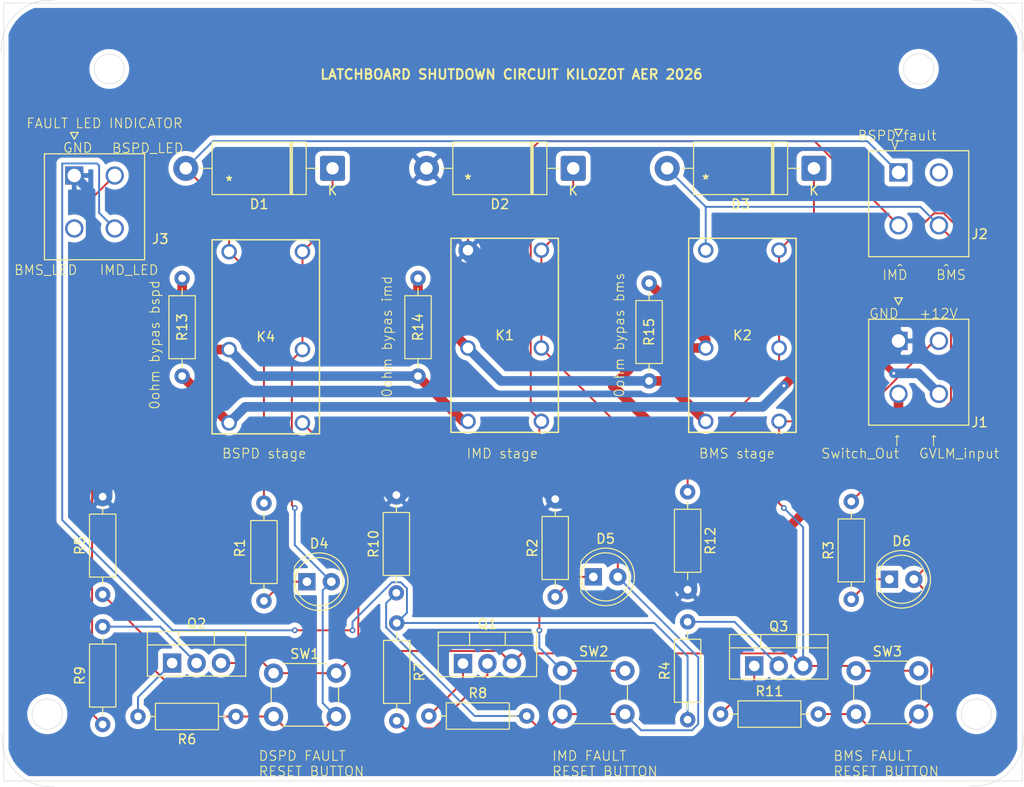
<source format=kicad_pcb>
(kicad_pcb (version 20241229) (generator "pcbnew") (generator_version "9.0")
  (layers (0 "F.Cu" signal) (2 "B.Cu" signal) (13 "F.Paste" user) (15 "B.Paste" user) (5 "F.SilkS" user "F.Silkscreen") (7 "B.SilkS" user "B.Silkscreen") (1 "F.Mask" user) (3 "B.Mask" user) (25 "Edge.Cuts" user))
  (net 0 "")
  (net 1 "BSPD_FAULT")
  (net 2 "Net-(D1-K)")
  (net 3 "GND")
  (net 4 "Net-(D2-K)")
  (net 5 "Net-(D3-K)")
  (net 6 "BMS_FAULT")
  (net 7 "GVLM_INPUT")
  (net 8 "+12V")
  (net 10 "IMD_FAULT")
  (net 11 "IMDfault_LED")
  (net 12 "BSPDfault_LED")
  (net 13 "BMSfault_LED")
  (net 14 "Net-(D4-K)")
  (net 15 "Net-(D5-K)")
  (net 16 "Net-(D6-K)")
  (net 17 "Net-(Q3-D)")
  (net 18 "Net-(Q2-G)")
  (net 19 "Net-(Q1-D)")
  (net 20 "Net-(Q1-G)")
  (net 21 "Net-(Q2-D)")
  (net 22 "Net-(Q3-G)")
  (net 23 "internal_switch_output")
  (net 24 "Net-(K1-Pad3)")
  (net 25 "Net-(K1-Pad4)")
  (footprint "Resistor_THT:R_Axial_DIN0207_L6.3mm_D2.5mm_P10.16mm_Horizontal" (layer "F.Cu") (at 70.08 123.25 180)
    (property "Reference" "R6" (at 5.08 -2.37 0) (layer "F.SilkS"))
    (property "Value" "1k")
    (pad "1" thru_hole circle (at 0 0 180) (size 1.6 1.6) (drill 0.8) (layers "*.Cu" "*.Mask") (net 2 "Net-(D1-K)"))
    (pad "2" thru_hole circle (at 10.16 0 180) (size 1.6 1.6) (drill 0.8) (layers "*.Cu" "*.Mask") (net 18 "Net-(Q2-G)"))
  )
  (footprint "Resistor_THT:R_Axial_DIN0207_L6.3mm_D2.5mm_P10.16mm_Horizontal" (layer "F.Cu") (at 120.42 123)
    (property "Reference" "R11" (at 5.08 -2.37 0) (layer "F.SilkS"))
    (property "Value" "1k")
    (pad "1" thru_hole circle (at 0 0) (size 1.6 1.6) (drill 0.8) (layers "*.Cu" "*.Mask") (net 22 "Net-(Q3-G)"))
    (pad "2" thru_hole circle (at 10.16 0) (size 1.6 1.6) (drill 0.8) (layers "*.Cu" "*.Mask") (net 5 "Net-(D3-K)"))
  )
  (footprint "1MyCustomLibrary:RELAY_G6B-2114P-US_OMR" (layer "F.Cu") (at 77 92.66)
    (property "Reference" "K4" (at -3.81 -8.840001 0) (layer "F.SilkS"))
    (property "Value" "G6B-2214P-US DC12")
    (fp_text user "*" (at -7.62 -24.980002 0) (layer "F.SilkS"))
    (fp_text user "*" (at -7.62 -24.980002 0) (layer "F.SilkS"))
    (pad "1" thru_hole circle (at -7.62 -17.680001) (size 1.608074 1.608074) (drill 1.0922) (layers "*.Cu" "*.Mask") (net 1 "BSPD_FAULT"))
    (pad "3" thru_hole circle (at -7.62 -7.520001) (size 1.608074 1.608074) (drill 1.0922) (layers "*.Cu" "*.Mask") (net 25 "Net-(K1-Pad4)"))
    (pad "4" thru_hole circle (at -7.62 0.099999) (size 1.608074 1.608074) (drill 1.0922) (layers "*.Cu" "*.Mask") (net 7 "GVLM_INPUT"))
    (pad "5" thru_hole circle (at 0 0.099999) (size 1.608074 1.608074) (drill 1.0922) (layers "*.Cu" "*.Mask") (net 8 "+12V"))
    (pad "6" thru_hole circle (at 0 -7.520001) (size 1.608074 1.608074) (drill 1.0922) (layers "*.Cu" "*.Mask") (net 2 "Net-(D1-K)"))
    (pad "8" thru_hole circle (at 0 -17.680001) (size 1.608074 1.608074) (drill 1.0922) (layers "*.Cu" "*.Mask") (net 2 "Net-(D1-K)"))
  )
  (footprint "Package_TO_SOT_THT:TO-220-3_Vertical" (layer "F.Cu") (at 63.46 117.7)
    (property "Reference" "Q2" (at 2.54 -4.1 0) (layer "F.SilkS"))
    (property "Value" "PMOS")
    (pad "1" thru_hole rect (at 0 0) (size 1.905 2) (drill 1.1) (layers "*.Cu" "*.Mask") (net 18 "Net-(Q2-G)"))
    (pad "2" thru_hole oval (at 2.54 0) (size 1.905 2) (drill 1.1) (layers "*.Cu" "*.Mask") (net 21 "Net-(Q2-D)"))
    (pad "3" thru_hole oval (at 5.08 0) (size 1.905 2) (drill 1.1) (layers "*.Cu" "*.Mask") (net 8 "+12V"))
  )
  (footprint "Resistor_THT:R_Axial_DIN0207_L6.3mm_D2.5mm_P10.16mm_Horizontal" (layer "F.Cu") (at 117 123.58 90)
    (property "Reference" "R4" (at 5.08 -2.37 90) (layer "F.SilkS"))
    (property "Value" "470")
    (pad "1" thru_hole circle (at 0 0 90) (size 1.6 1.6) (drill 0.8) (layers "*.Cu" "*.Mask") (net 11 "IMDfault_LED"))
    (pad "2" thru_hole circle (at 10.16 0 90) (size 1.6 1.6) (drill 0.8) (layers "*.Cu" "*.Mask") (net 17 "Net-(Q3-D)"))
  )
  (footprint "LED_THT:LED_D5.0mm" (layer "F.Cu") (at 77.46 109.25)
    (property "Reference" "D4" (at 1.27 -3.96 0) (layer "F.SilkS"))
    (property "Value" "DEBUG LED")
    (pad "1" thru_hole rect (at 0 0) (size 1.8 1.8) (drill 0.9) (layers "*.Cu" "*.Mask") (net 14 "Net-(D4-K)"))
    (pad "2" thru_hole circle (at 2.54 0) (size 1.8 1.8) (drill 0.9) (layers "*.Cu" "*.Mask") (net 2 "Net-(D1-K)"))
  )
  (footprint "1MyCustomLibrary:RELAY_G6B-2114P-US_OMR" (layer "F.Cu") (at 101.81 92.5)
    (property "Reference" "K1" (at -3.81 -8.840001 0) (layer "F.SilkS"))
    (property "Value" "G6B-2214P-US DC12")
    (fp_text user "*" (at -7.62 -24.980002 0) (layer "F.SilkS"))
    (fp_text user "*" (at -7.62 -24.980002 0) (layer "F.SilkS"))
    (pad "1" thru_hole circle (at -7.62 -17.680001) (size 1.608074 1.608074) (drill 1.0922) (layers "*.Cu" "*.Mask") (net 3 "GND"))
    (pad "3" thru_hole circle (at -7.62 -7.520001) (size 1.608074 1.608074) (drill 1.0922) (layers "*.Cu" "*.Mask") (net 24 "Net-(K1-Pad3)"))
    (pad "4" thru_hole circle (at -7.62 0.099999) (size 1.608074 1.608074) (drill 1.0922) (layers "*.Cu" "*.Mask") (net 25 "Net-(K1-Pad4)"))
    (pad "5" thru_hole circle (at 0 0.099999) (size 1.608074 1.608074) (drill 1.0922) (layers "*.Cu" "*.Mask") (net 10 "IMD_FAULT"))
    (pad "6" thru_hole circle (at 0 -7.520001) (size 1.608074 1.608074) (drill 1.0922) (layers "*.Cu" "*.Mask") (net 4 "Net-(D2-K)"))
    (pad "8" thru_hole circle (at 0 -17.680001) (size 1.608074 1.608074) (drill 1.0922) (layers "*.Cu" "*.Mask") (net 4 "Net-(D2-K)"))
  )
  (footprint "Resistor_THT:R_Axial_DIN0207_L6.3mm_D2.5mm_P10.16mm_Horizontal" (layer "F.Cu") (at 86.75 110.41 90)
    (property "Reference" "R10" (at 5.08 -2.37 90) (layer "F.SilkS"))
    (property "Value" "10k")
    (pad "1" thru_hole circle (at 0 0 90) (size 1.6 1.6) (drill 0.8) (layers "*.Cu" "*.Mask") (net 4 "Net-(D2-K)"))
    (pad "2" thru_hole circle (at 10.16 0 90) (size 1.6 1.6) (drill 0.8) (layers "*.Cu" "*.Mask") (net 3 "GND"))
  )
  (footprint "1MyCustomLibrary:MOLEX_39296048" (layer "F.Cu") (at 138.9 66.74425)
    (property "Reference" "J2" (at 8.42 6.40775 0) (layer "F.SilkS"))
    (property "Value" "2x2con")
    (pad "1" thru_hole rect (at 0 0) (size 1.9 1.9) (drill 1.4) (layers "*.Cu") (net 1 "BSPD_FAULT"))
    (pad "2" thru_hole circle (at 4.2 0) (size 1.9 1.9) (drill 1.4) (layers "*.Cu"))
    (pad "3" thru_hole circle (at 0 5.5) (size 1.9 1.9) (drill 1.4) (layers "*.Cu") (net 10 "IMD_FAULT"))
    (pad "4" thru_hole circle (at 4.2 5.5) (size 1.9 1.9) (drill 1.4) (layers "*.Cu") (net 6 "BMS_FAULT"))
  )
  (footprint "1MyCustomLibrary:RELAY_G6B-2114P-US_OMR" (layer "F.Cu") (at 126.5 92.5)
    (property "Reference" "K2" (at -3.81 -8.840001 0) (layer "F.SilkS"))
    (property "Value" "G6B-2214P-US DC12")
    (fp_text user "*" (at -7.62 -24.980002 0) (layer "F.SilkS"))
    (fp_text user "*" (at -7.62 -24.980002 0) (layer "F.SilkS"))
    (pad "1" thru_hole circle (at -7.62 -17.680001) (size 1.608074 1.608074) (drill 1.0922) (layers "*.Cu" "*.Mask") (net 6 "BMS_FAULT"))
    (pad "3" thru_hole circle (at -7.62 -7.520001) (size 1.608074 1.608074) (drill 1.0922) (layers "*.Cu" "*.Mask") (net 23 "internal_switch_output"))
    (pad "4" thru_hole circle (at -7.62 0.099999) (size 1.608074 1.608074) (drill 1.0922) (layers "*.Cu" "*.Mask") (net 24 "Net-(K1-Pad3)"))
    (pad "5" thru_hole circle (at 0 0.099999) (size 1.608074 1.608074) (drill 1.0922) (layers "*.Cu" "*.Mask") (net 8 "+12V"))
    (pad "6" thru_hole circle (at 0 -7.520001) (size 1.608074 1.608074) (drill 1.0922) (layers "*.Cu" "*.Mask") (net 5 "Net-(D3-K)"))
    (pad "8" thru_hole circle (at 0 -17.680001) (size 1.608074 1.608074) (drill 1.0922) (layers "*.Cu" "*.Mask") (net 5 "Net-(D3-K)"))
  )
  (footprint "1MyCustomLibrary:MOLEX_39296048" (layer "F.Cu") (at 53.3 67.064249)
    (property "Reference" "J3" (at 8.93 6.595751 0) (layer "F.SilkS"))
    (property "Value" "2x2con")
    (pad "1" thru_hole rect (at 0 0) (size 1.9 1.9) (drill 1.4) (layers "*.Cu") (net 3 "GND"))
    (pad "2" thru_hole circle (at 4.2 0) (size 1.9 1.9) (drill 1.4) (layers "*.Cu") (net 12 "BSPDfault_LED"))
    (pad "3" thru_hole circle (at 0 5.5) (size 1.9 1.9) (drill 1.4) (layers "*.Cu") (net 13 "BMSfault_LED"))
    (pad "4" thru_hole circle (at 4.2 5.5) (size 1.9 1.9) (drill 1.4) (layers "*.Cu") (net 11 "IMDfault_LED"))
  )
  (footprint "Resistor_THT:R_Axial_DIN0207_L6.3mm_D2.5mm_P10.16mm_Horizontal" (layer "F.Cu") (at 117 99.92 -90)
    (property "Reference" "R12" (at 5.08 -2.37 90) (layer "F.SilkS"))
    (property "Value" "10k")
    (pad "1" thru_hole circle (at 0 0 270) (size 1.6 1.6) (drill 0.8) (layers "*.Cu" "*.Mask") (net 5 "Net-(D3-K)"))
    (pad "2" thru_hole circle (at 10.16 0 270) (size 1.6 1.6) (drill 0.8) (layers "*.Cu" "*.Mask") (net 3 "GND"))
  )
  (footprint "Diode_THT:D_DO-201_P15.24mm_Horizontal" (layer "F.Cu") (at 80.12 66.319999 180)
    (property "Reference" "D1" (at 7.62 -3.725 0) (layer "F.SilkS"))
    (property "Value" "1N4148WT")
    (fp_text user "K" (at 0 -2.3 0) (layer "F.SilkS"))
    (pad "1" thru_hole roundrect (at 0 0 180) (size 2.6 2.6) (drill 1.3) (layers "*.Cu" "*.Mask") (roundrect_rratio 0.096154) (net 2 "Net-(D1-K)"))
    (pad "2" thru_hole circle (at 15.24 0 180) (size 2.6 2.6) (drill 1.3) (layers "*.Cu" "*.Mask") (net 1 "BSPD_FAULT"))
  )
  (footprint "Resistor_THT:R_Axial_DIN0207_L6.3mm_D2.5mm_P10.16mm_Horizontal" (layer "F.Cu") (at 90.13 123.2)
    (property "Reference" "R8" (at 5.08 -2.37 0) (layer "F.SilkS"))
    (property "Value" "1k")
    (pad "1" thru_hole circle (at 0 0) (size 1.6 1.6) (drill 0.8) (layers "*.Cu" "*.Mask") (net 20 "Net-(Q1-G)"))
    (pad "2" thru_hole circle (at 10.16 0) (size 1.6 1.6) (drill 0.8) (layers "*.Cu" "*.Mask") (net 4 "Net-(D2-K)"))
  )
  (footprint "LED_THT:LED_D5.0mm" (layer "F.Cu") (at 107.21 108.75)
    (property "Reference" "D5" (at 1.27 -3.96 0) (layer "F.SilkS"))
    (property "Value" "DEBUG LED")
    (pad "1" thru_hole rect (at 0 0) (size 1.8 1.8) (drill 0.9) (layers "*.Cu" "*.Mask") (net 15 "Net-(D5-K)"))
    (pad "2" thru_hole circle (at 2.54 0) (size 1.8 1.8) (drill 0.9) (layers "*.Cu" "*.Mask") (net 4 "Net-(D2-K)"))
  )
  (footprint "Package_TO_SOT_THT:TO-220-3_Vertical" (layer "F.Cu") (at 93.67 117.75)
    (property "Reference" "Q1" (at 2.54 -4.1 0) (layer "F.SilkS"))
    (property "Value" "PMOS")
    (pad "1" thru_hole rect (at 0 0) (size 1.905 2) (drill 1.1) (layers "*.Cu" "*.Mask") (net 20 "Net-(Q1-G)"))
    (pad "2" thru_hole oval (at 2.54 0) (size 1.905 2) (drill 1.1) (layers "*.Cu" "*.Mask") (net 19 "Net-(Q1-D)"))
    (pad "3" thru_hole oval (at 5.08 0) (size 1.905 2) (drill 1.1) (layers "*.Cu" "*.Mask") (net 8 "+12V"))
  )
  (footprint "Package_TO_SOT_THT:TO-220-3_Vertical" (layer "F.Cu") (at 123.92 118)
    (property "Reference" "Q3" (at 2.54 -4.1 0) (layer "F.SilkS"))
    (property "Value" "PMOS")
    (pad "1" thru_hole rect (at 0 0) (size 1.905 2) (drill 1.1) (layers "*.Cu" "*.Mask") (net 22 "Net-(Q3-G)"))
    (pad "2" thru_hole oval (at 2.54 0) (size 1.905 2) (drill 1.1) (layers "*.Cu" "*.Mask") (net 17 "Net-(Q3-D)"))
    (pad "3" thru_hole oval (at 5.08 0) (size 1.905 2) (drill 1.1) (layers "*.Cu" "*.Mask") (net 8 "+12V"))
  )
  (footprint "Button_Switch_THT:SW_PUSH_6mm" (layer "F.Cu") (at 134.5 118.5)
    (property "Reference" "SW3" (at 3.25 -2 0) (layer "F.SilkS"))
    (property "Value" "SW_Push")
    (pad "1" thru_hole circle (at 0 0 90) (size 2 2) (drill 1.1) (layers "*.Cu" "*.Mask") (net 8 "+12V"))
    (pad "1" thru_hole circle (at 6.5 0 90) (size 2 2) (drill 1.1) (layers "*.Cu" "*.Mask") (net 8 "+12V"))
    (pad "2" thru_hole circle (at 0 4.5 90) (size 2 2) (drill 1.1) (layers "*.Cu" "*.Mask") (net 5 "Net-(D3-K)"))
    (pad "2" thru_hole circle (at 6.5 4.5 90) (size 2 2) (drill 1.1) (layers "*.Cu" "*.Mask") (net 5 "Net-(D3-K)"))
  )
  (footprint "Resistor_THT:R_Axial_DIN0207_L6.3mm_D2.5mm_P10.16mm_Horizontal" (layer "F.Cu") (at 86.79 113.54 -90)
    (property "Reference" "R7" (at 5.08 -2.37 90) (layer "F.SilkS"))
    (property "Value" "470")
    (pad "1" thru_hole circle (at 0 0 270) (size 1.6 1.6) (drill 0.8) (layers "*.Cu" "*.Mask") (net 11 "IMDfault_LED"))
    (pad "2" thru_hole circle (at 10.16 0 270) (size 1.6 1.6) (drill 0.8) (layers "*.Cu" "*.Mask") (net 19 "Net-(Q1-D)"))
  )
  (footprint "Resistor_THT:R_Axial_DIN0207_L6.3mm_D2.5mm_P10.16mm_Horizontal" (layer "F.Cu") (at 73 111.25 90)
    (property "Reference" "R1" (at 5.5 -2.5 90) (layer "F.SilkS"))
    (property "Value" "1k")
    (pad "1" thru_hole circle (at 0 0 90) (size 1.6 1.6) (drill 0.8) (layers "*.Cu" "*.Mask") (net 14 "Net-(D4-K)"))
    (pad "2" thru_hole circle (at 10.16 0 90) (size 1.6 1.6) (drill 0.8) (layers "*.Cu" "*.Mask") (net 1 "BSPD_FAULT"))
  )
  (footprint "Resistor_THT:R_Axial_DIN0207_L6.3mm_D2.5mm_P10.16mm_Horizontal" (layer "F.Cu") (at 113 88.399999 90)
    (property "Reference" "R15" (at 5.08 0 90) (layer "F.SilkS"))
    (property "Value" "0")
    (pad "1" thru_hole circle (at 0 0 90) (size 1.6 1.6) (drill 0.8) (layers "*.Cu" "*.Mask") (net 24 "Net-(K1-Pad3)"))
    (pad "2" thru_hole circle (at 10.16 0 90) (size 1.6 1.6) (drill 0.8) (layers "*.Cu" "*.Mask") (net 23 "internal_switch_output"))
  )
  (footprint "Resistor_THT:R_Axial_DIN0207_L6.3mm_D2.5mm_P10.16mm_Horizontal" (layer "F.Cu") (at 56.25 110.58 90)
    (property "Reference" "R5" (at 5.08 -2.37 90) (layer "F.SilkS"))
    (property "Value" "10k")
    (pad "1" thru_hole circle (at 0 0 90) (size 1.6 1.6) (drill 0.8) (layers "*.Cu" "*.Mask") (net 2 "Net-(D1-K)"))
    (pad "2" thru_hole circle (at 10.16 0 90) (size 1.6 1.6) (drill 0.8) (layers "*.Cu" "*.Mask") (net 3 "GND"))
  )
  (footprint "LED_THT:LED_D5.0mm" (layer "F.Cu") (at 137.96 109)
    (property "Reference" "D6" (at 1.27 -3.96 0) (layer "F.SilkS"))
    (property "Value" "DEBUG LED")
    (pad "1" thru_hole rect (at 0 0) (size 1.8 1.8) (drill 0.9) (layers "*.Cu" "*.Mask") (net 16 "Net-(D6-K)"))
    (pad "2" thru_hole circle (at 2.54 0) (size 1.8 1.8) (drill 0.9) (layers "*.Cu" "*.Mask") (net 5 "Net-(D3-K)"))
  )
  (footprint "Resistor_THT:R_Axial_DIN0207_L6.3mm_D2.5mm_P10.16mm_Horizontal" (layer "F.Cu") (at 103.25 110.83 90)
    (property "Reference" "R2" (at 5.08 -2.37 90) (layer "F.SilkS"))
    (property "Value" "1k")
    (pad "1" thru_hole circle (at 0 0 90) (size 1.6 1.6) (drill 0.8) (layers "*.Cu" "*.Mask") (net 15 "Net-(D5-K)"))
    (pad "2" thru_hole circle (at 10.16 0 90) (size 1.6 1.6) (drill 0.8) (layers "*.Cu" "*.Mask") (net 3 "GND"))
  )
  (footprint "Resistor_THT:R_Axial_DIN0207_L6.3mm_D2.5mm_P10.16mm_Horizontal" (layer "F.Cu") (at 56.25 124.08 90)
    (property "Reference" "R9" (at 5.08 -2.37 90) (layer "F.SilkS"))
    (property "Value" "470")
    (pad "1" thru_hole circle (at 0 0 90) (size 1.6 1.6) (drill 0.8) (layers "*.Cu" "*.Mask") (net 12 "BSPDfault_LED"))
    (pad "2" thru_hole circle (at 10.16 0 90) (size 1.6 1.6) (drill 0.8) (layers "*.Cu" "*.Mask") (net 21 "Net-(Q2-D)"))
  )
  (footprint "Resistor_THT:R_Axial_DIN0207_L6.3mm_D2.5mm_P10.16mm_Horizontal" (layer "F.Cu") (at 64.5 87.899999 90)
    (property "Reference" "R13" (at 5.08 0 90) (layer "F.SilkS"))
    (property "Value" "0")
    (pad "1" thru_hole circle (at 0 0 90) (size 1.6 1.6) (drill 0.8) (layers "*.Cu" "*.Mask") (net 7 "GVLM_INPUT"))
    (pad "2" thru_hole circle (at 10.16 0 90) (size 1.6 1.6) (drill 0.8) (layers "*.Cu" "*.Mask") (net 25 "Net-(K1-Pad4)"))
  )
  (footprint "Resistor_THT:R_Axial_DIN0207_L6.3mm_D2.5mm_P10.16mm_Horizontal" (layer "F.Cu") (at 89 87.899999 90)
    (property "Reference" "R14" (at 5.08 0 90) (layer "F.SilkS"))
    (property "Value" "0")
    (pad "1" thru_hole circle (at 0 0 90) (size 1.6 1.6) (drill 0.8) (layers "*.Cu" "*.Mask") (net 25 "Net-(K1-Pad4)"))
    (pad "2" thru_hole circle (at 10.16 0 90) (size 1.6 1.6) (drill 0.8) (layers "*.Cu" "*.Mask") (net 24 "Net-(K1-Pad3)"))
  )
  (footprint "Button_Switch_THT:SW_PUSH_6mm" (layer "F.Cu") (at 104 118.5)
    (property "Reference" "SW2" (at 3.25 -2 0) (layer "F.SilkS"))
    (property "Value" "SW_Push")
    (pad "1" thru_hole circle (at 0 0 90) (size 2 2) (drill 1.1) (layers "*.Cu" "*.Mask") (net 10 "IMD_FAULT"))
    (pad "1" thru_hole circle (at 6.5 0 90) (size 2 2) (drill 1.1) (layers "*.Cu" "*.Mask") (net 10 "IMD_FAULT"))
    (pad "2" thru_hole circle (at 0 4.5 90) (size 2 2) (drill 1.1) (layers "*.Cu" "*.Mask") (net 4 "Net-(D2-K)"))
    (pad "2" thru_hole circle (at 6.5 4.5 90) (size 2 2) (drill 1.1) (layers "*.Cu" "*.Mask") (net 4 "Net-(D2-K)"))
  )
  (footprint "Button_Switch_THT:SW_PUSH_6mm" (layer "F.Cu") (at 74 118.75)
    (property "Reference" "SW1" (at 3.25 -2 0) (layer "F.SilkS"))
    (property "Value" "SW_Push")
    (pad "1" thru_hole circle (at 0 0 90) (size 2 2) (drill 1.1) (layers "*.Cu" "*.Mask") (net 8 "+12V"))
    (pad "1" thru_hole circle (at 6.5 0 90) (size 2 2) (drill 1.1) (layers "*.Cu" "*.Mask") (net 8 "+12V"))
    (pad "2" thru_hole circle (at 0 4.5 90) (size 2 2) (drill 1.1) (layers "*.Cu" "*.Mask") (net 2 "Net-(D1-K)"))
    (pad "2" thru_hole circle (at 6.5 4.5 90) (size 2 2) (drill 1.1) (layers "*.Cu" "*.Mask") (net 2 "Net-(D1-K)"))
  )
  (footprint "1MyCustomLibrary:MOLEX_39296048" (layer "F.Cu") (at 138.9 84.24425)
    (property "Reference" "J1" (at 8.42 8.46575 0) (layer "F.SilkS"))
    (property "Value" "2x2con")
    (pad "1" thru_hole rect (at 0 0) (size 1.9 1.9) (drill 1.4) (layers "*.Cu") (net 3 "GND"))
    (pad "2" thru_hole circle (at 4.2 0) (size 1.9 1.9) (drill 1.4) (layers "*.Cu") (net 8 "+12V"))
    (pad "3" thru_hole circle (at 0 5.5) (size 1.9 1.9) (drill 1.4) (layers "*.Cu") (net 23 "internal_switch_output"))
    (pad "4" thru_hole circle (at 4.2 5.5) (size 1.9 1.9) (drill 1.4) (layers "*.Cu") (net 7 "GVLM_INPUT"))
  )
  (footprint "Resistor_THT:R_Axial_DIN0207_L6.3mm_D2.5mm_P10.16mm_Horizontal" (layer "F.Cu") (at 134 111.08 90)
    (property "Reference" "R3" (at 5.08 -2.37 90) (layer "F.SilkS"))
    (property "Value" "1k")
    (pad "1" thru_hole circle (at 0 0 90) (size 1.6 1.6) (drill 0.8) (layers "*.Cu" "*.Mask") (net 16 "Net-(D6-K)"))
    (pad "2" thru_hole circle (at 10.16 0 90) (size 1.6 1.6) (drill 0.8) (layers "*.Cu" "*.Mask") (net 6 "BMS_FAULT"))
  )
  (footprint "Diode_THT:D_DO-201_P15.24mm_Horizontal" (layer "F.Cu") (at 130.12 66.319999 180)
    (property "Reference" "D3" (at 7.62 -3.725 0) (layer "F.SilkS"))
    (property "Value" "1N4148WT")
    (fp_text user "K" (at 0 -2.3 0) (layer "F.SilkS"))
    (pad "1" thru_hole roundrect (at 0 0 180) (size 2.6 2.6) (drill 1.3) (layers "*.Cu" "*.Mask") (roundrect_rratio 0.096154) (net 5 "Net-(D3-K)"))
    (pad "2" thru_hole circle (at 15.24 0 180) (size 2.6 2.6) (drill 1.3) (layers "*.Cu" "*.Mask") (net 6 "BMS_FAULT"))
  )
  (footprint "Diode_THT:D_DO-201_P15.24mm_Horizontal" (layer "F.Cu") (at 105.12 66.319999 180)
    (property "Reference" "D2" (at 7.62 -3.725 0) (layer "F.SilkS"))
    (property "Value" "1N4148WT")
    (fp_text user "K" (at 0 -2.3 0) (layer "F.SilkS"))
    (pad "1" thru_hole roundrect (at 0 0 180) (size 2.6 2.6) (drill 1.3) (layers "*.Cu" "*.Mask") (roundrect_rratio 0.096154) (net 4 "Net-(D2-K)"))
    (pad "2" thru_hole circle (at 15.24 0 180) (size 2.6 2.6) (drill 1.3) (layers "*.Cu" "*.Mask") (net 3 "GND"))
  )
  (gr_circle (center 50.5 123) (end 52 123.5) (stroke (width 0.05)) (fill no) (layer "Edge.Cuts"))
  (gr_arc (start 51.168623 130.548857) (mid 47.244 129.032) (end 45.842529 125.064708) (stroke (width 0.05)) (layer "Edge.Cuts"))
  (gr_circle (center 141 56) (end 142.5 56.5) (stroke (width 0.05)) (fill no) (layer "Edge.Cuts"))
  (gr_arc (start 45.727143 54.216623) (mid 47.244 50.292) (end 51.211292 48.890529) (stroke (width 0.05)) (layer "Edge.Cuts"))
  (gr_circle (center 147 123) (end 146.5 124.5) (stroke (width 0.05)) (fill no) (layer "Edge.Cuts"))
  (gr_arc (start 151.884857 125.107377) (mid 150.368 129.032) (end 146.400708 130.433471) (stroke (width 0.05)) (layer "Edge.Cuts"))
  (gr_circle (center 56.93675 56) (end 58.138312 57) (stroke (width 0.05)) (fill no) (layer "Edge.Cuts"))
  (gr_rect (start 45.97 49.16) (end 151.74 129.945) (stroke (width 0.05)) (fill no) (layer "Edge.Cuts"))
  (gr_arc (start 146.565906 48.871851) (mid 150.490529 50.388708) (end 151.892 54.356) (stroke (width 0.05)) (layer "Edge.Cuts"))
  (gr_text "I" (at 142.24 95.25 0) (layer "F.SilkS") (effects (font (size 1 1) (thickness 0.1)) (justify left bottom)))
  (gr_text "LATCHBOARD SHUTDOWN CIRCUIT KILOZOT AER 2026" (at 78.74 57.15 0) (layer "F.SilkS") (effects (font (size 1 1) (thickness 0.2) (bold yes)) (justify left bottom)))
  (gr_text "BSPD_fault" (at 134.62 63.5 0) (layer "F.SilkS") (effects (font (size 1 1) (thickness 0.1)) (justify left bottom)))
  (gr_text "BSPD stage" (at 68.58 96.52 0) (layer "F.SilkS") (effects (font (size 1 1) (thickness 0.1)) (justify left bottom)))
  (gr_text "IMD_LED" (at 55.88 77.47 0) (layer "F.SilkS") (effects (font (size 1 1) (thickness 0.1)) (justify left bottom)))
  (gr_text "^" (at 138.684 77.47 0) (layer "F.SilkS") (effects (font (size 1 1) (thickness 0.1)) (justify left bottom)))
  (gr_text "^" (at 142.24 95.25 0) (layer "F.SilkS") (effects (font (size 1 1) (thickness 0.1)) (justify left bottom)))
  (gr_text "BMS" (at 142.748 77.978 0) (layer "F.SilkS") (effects (font (size 1 1) (thickness 0.1)) (justify left bottom)))
  (gr_text "GVLM_input" (at 140.97 96.52 0) (layer "F.SilkS") (effects (font (size 1 1) (thickness 0.1)) (justify left bottom)))
  (gr_text "FAULT LED INDICATOR" (at 48.26 62.23 0) (layer "F.SilkS") (effects (font (size 1 1) (thickness 0.1)) (justify left bottom)))
  (gr_text "V" (at 138.031429 64.49425 0) (layer "F.SilkS") (effects (font (size 1 1) (thickness 0.1)) (justify left bottom)))
  (gr_text "BSPD_LED" (at 57.15 64.814249 0) (layer "F.SilkS") (effects (font (size 1 1) (thickness 0.1)) (justify left bottom)))
  (gr_text "^" (at 138.43 95.25 0) (layer "F.SilkS") (effects (font (size 1 1) (thickness 0.1)) (justify left bottom)))
  (gr_text "BMS FAULT \nRESET BUTTON" (at 132.08 129.54 0) (layer "F.SilkS") (effects (font (size 1 1) (thickness 0.1)) (justify left bottom)))
  (gr_text "IMD FAULT \nRESET BUTTON" (at 102.87 129.54 0) (layer "F.SilkS") (effects (font (size 1 1) (thickness 0.1)) (justify left bottom)))
  (gr_text "GND" (at 135.8 81.99425 0) (layer "F.SilkS") (effects (font (size 1 1) (thickness 0.1)) (justify left bottom)))
  (gr_text "GND" (at 52.07 64.77 0) (layer "F.SilkS") (effects (font (size 1 1) (thickness 0.1)) (justify left bottom)))
  (gr_text "0ohm bypas bms" (at 110.49 90.17 90) (layer "F.SilkS") (effects (font (size 1 1) (thickness 0.1)) (justify left bottom)))
  (gr_text "I" (at 138.43 95.25 0) (layer "F.SilkS") (effects (font (size 1 1) (thickness 0.1)) (justify left bottom)))
  (gr_text "BMS_LED" (at 46.99 77.47 0) (layer "F.SilkS") (effects (font (size 1 1) (thickness 0.1)) (justify left bottom)))
  (gr_text "IMD" (at 137.16 77.978 0) (layer "F.SilkS") (effects (font (size 1 1) (thickness 0.1)) (justify left bottom)))
  (gr_text "+12V" (at 141 81.99425 0) (layer "F.SilkS") (effects (font (size 1 1) (thickness 0.1)) (justify left bottom)))
  (gr_text "Switch_Out" (at 130.81 96.52 0) (layer "F.SilkS") (effects (font (size 1 1) (thickness 0.1)) (justify left bottom)))
  (gr_text "0ohm bypas bspd" (at 62.23 91.44 90) (layer "F.SilkS") (effects (font (size 1 1) (thickness 0.1)) (justify left bottom)))
  (gr_text "BMS stage" (at 118.11 96.52 0) (layer "F.SilkS") (effects (font (size 1 1) (thickness 0.1)) (justify left bottom)))
  (gr_text "IMD stage" (at 93.98 96.52 0) (layer "F.SilkS") (effects (font (size 1 1) (thickness 0.1)) (justify left bottom)))
  (gr_text "DSPD FAULT \nRESET BUTTON" (at 72.39 129.54 0) (layer "F.SilkS") (effects (font (size 1 1) (thickness 0.1)) (justify left bottom)))
  (gr_text "0ohm bypas imd" (at 86.36 90.17 90) (layer "F.SilkS") (effects (font (size 1 1) (thickness 0.1)) (justify left bottom)))
  (gr_text "^" (at 143.51 77.47 0) (layer "F.SilkS") (effects (font (size 1 1) (thickness 0.1)) (justify left bottom)))
  (segment (start 64.88 66.319999) (end 69.38 70.819999) (width 0.2) (layer "F.Cu") (net 1))
  (segment (start 73 78.599999) (end 69.38 74.979999) (width 0.2) (layer "F.Cu") (net 1))
  (segment (start 73 101.09) (end 73 78.599999) (width 0.2) (layer "F.Cu") (net 1))
  (segment (start 69.38 70.819999) (end 69.38 74.979999) (width 0.2) (layer "F.Cu") (net 1))
  (segment (start 138.9 66.74425) (end 135.65575 63.5) (width 0.2) (layer "B.Cu") (net 1))
  (segment (start 135.65575 63.5) (end 67.699999 63.5) (width 0.2) (layer "B.Cu") (net 1))
  (segment (start 67.699999 63.5) (end 64.88 66.319999) (width 0.2) (layer "B.Cu") (net 1))
  (segment (start 74 123.25) (end 75.55 124.8) (width 0.2) (layer "F.Cu") (net 2))
  (segment (start 56.25 110.58) (end 61.021 115.351) (width 0.2) (layer "F.Cu") (net 2))
  (segment (start 75.894963 101.294963) (end 75.894963 86.245036) (width 0.2) (layer "F.Cu") (net 2))
  (segment (start 66.4555 123.25) (end 70.08 123.25) (width 0.2) (layer "F.Cu") (net 2))
  (segment (start 80.12 66.319999) (end 80.12 71.859999) (width 0.2) (layer "F.Cu") (net 2))
  (segment (start 61.021 117.8155) (end 66.4555 123.25) (width 0.2) (layer "F.Cu") (net 2))
  (segment (start 77 74.979999) (end 77 85.139999) (width 0.2) (layer "F.Cu") (net 2))
  (segment (start 61.021 115.351) (end 61.021 117.8155) (width 0.2) (layer "F.Cu") (net 2))
  (segment (start 70.08 123.25) (end 74 123.25) (width 0.2) (layer "F.Cu") (net 2))
  (segment (start 80.12 71.859999) (end 77 74.979999) (width 0.2) (layer "F.Cu") (net 2))
  (segment (start 76.2 101.6) (end 75.894963 101.294963) (width 0.2) (layer "F.Cu") (net 2))
  (segment (start 78.95 124.8) (end 80.5 123.25) (width 0.2) (layer "F.Cu") (net 2))
  (segment (start 75.894963 86.245036) (end 77 85.139999) (width 0.2) (layer "F.Cu") (net 2))
  (segment (start 75.55 124.8) (end 78.95 124.8) (width 0.2) (layer "F.Cu") (net 2))
  (via (at 76.2 101.6) (size 0.6) (drill 0.3) (layers "F.Cu" "B.Cu") (net 2))
  (segment (start 80.5 123.25) (end 79.1 121.85) (width 0.2) (layer "B.Cu") (net 2))
  (segment (start 76.2 105.45) (end 76.2 101.6) (width 0.2) (layer "B.Cu") (net 2))
  (segment (start 79.1 121.85) (end 79.1 110.15) (width 0.2) (layer "B.Cu") (net 2))
  (segment (start 80 109.25) (end 76.2 105.45) (width 0.2) (layer "B.Cu") (net 2))
  (segment (start 79.1 110.15) (end 80 109.25) (width 0.2) (layer "B.Cu") (net 2))
  (segment (start 94.19 70.629999) (end 94.19 74.819999) (width 0.2) (layer "F.Cu") (net 3))
  (segment (start 89.88 66.319999) (end 94.19 70.629999) (width 0.2) (layer "F.Cu") (net 3))
  (segment (start 117 106.14425) (end 117 110.08) (width 2) (layer "B.Cu") (net 3))
  (segment (start 117 110.08) (end 107.59 100.67) (width 2) (layer "B.Cu") (net 3))
  (segment (start 89.5 97.5) (end 100.5 97.5) (width 2) (layer "B.Cu") (net 3))
  (segment (start 100.650001 81.28) (end 135.93575 81.28) (width 2) (layer "B.Cu") (net 3))
  (segment (start 56.25 98.25) (end 56.25 100.42) (width 2) (layer "B.Cu") (net 3))
  (segment (start 138.9 84.24425) (end 117 106.14425) (width 2) (layer "B.Cu") (net 3))
  (segment (start 107.59 100.67) (end 103.25 100.67) (width 2) (layer "B.Cu") (net 3))
  (segment (start 103.25 100.25) (end 103.25 100.67) (width 0.2) (layer "B.Cu") (net 3))
  (segment (start 84 97.5) (end 86.75 100.25) (width 2) (layer "B.Cu") (net 3))
  (segment (start 55 97) (end 56.25 98.25) (width 1) (layer "B.Cu") (net 3))
  (segment (start 94.19 74.819999) (end 100.650001 81.28) (width 2) (layer "B.Cu") (net 3))
  (segment (start 135.93575 81.28) (end 138.9 84.24425) (width 2) (layer "B.Cu") (net 3))
  (segment (start 53.3 67.064249) (end 55 68.764249) (width 1) (layer "B.Cu") (net 3))
  (segment (start 86.75 100.25) (end 89.5 97.5) (width 2) (layer "B.Cu") (net 3))
  (segment (start 56.25 100.42) (end 56.25 98.75) (width 2) (layer "B.Cu") (net 3))
  (segment (start 56.25 98.75) (end 57.5 97.5) (width 1) (layer "B.Cu") (net 3))
  (segment (start 100.5 97.5) (end 103.25 100.25) (width 2) (layer "B.Cu") (net 3))
  (segment (start 55 68.764249) (end 55 97) (width 1) (layer "B.Cu") (net 3))
  (segment (start 57.5 97.5) (end 84 97.5) (width 2) (layer "B.Cu") (net 3))
  (segment (start 101.69 124.6) (end 100.29 123.2) (width 0.2) (layer "F.Cu") (net 4))
  (segment (start 104 123) (end 102.4 124.6) (width 0.2) (layer "F.Cu") (net 4))
  (segment (start 101.81 74.819999) (end 101.81 84.979999) (width 0.2) (layer "F.Cu") (net 4))
  (segment (start 105.12 71.509999) (end 101.81 74.819999) (width 0.2) (layer "F.Cu") (net 4))
  (segment (start 105.12 66.319999) (end 105.12 71.509999) (width 0.2) (layer "F.Cu") (net 4))
  (segment (start 104 123) (end 110.5 123) (width 0.2) (layer "F.Cu") (net 4))
  (segment (start 109.75 108.75) (end 109.75 92.919999) (width 0.2) (layer "F.Cu") (net 4))
  (segment (start 109.75 92.919999) (end 101.81 84.979999) (width 0.2) (layer "F.Cu") (net 4))
  (segment (start 102.4 124.6) (end 101.69 124.6) (width 0.2) (layer "F.Cu") (net 4))
  (segment (start 117.45605 124.681) (end 118.101 124.03605) (width 0.2) (layer "B.Cu") (net 4))
  (segment (start 94.89295 123.2) (end 100.29 123.2) (width 0.2) (layer "B.Cu") (net 4))
  (segment (start 118.101 124.03605) (end 118.101 117.101) (width 0.2) (layer "B.Cu") (net 4))
  (segment (start 85.689 111.471) (end 85.689 113.99605) (width 0.2) (layer "B.Cu") (net 4))
  (segment (start 86.75 110.41) (end 85.689 111.471) (width 0.2) (layer "B.Cu") (net 4))
  (segment (start 112.181 124.681) (end 117.45605 124.681) (width 0.2) (layer "B.Cu") (net 4))
  (segment (start 118.101 117.101) (end 109.75 108.75) (width 0.2) (layer "B.Cu") (net 4))
  (segment (start 85.689 113.99605) (end 94.89295 123.2) (width 0.2) (layer "B.Cu") (net 4))
  (segment (start 110.5 123) (end 112.181 124.681) (width 0.2) (layer "B.Cu") (net 4))
  (segment (start 142.581818 70.99325) (end 143.618182 70.99325) (width 0.2) (layer "F.Cu") (net 5))
  (segment (start 144.752 72.127068) (end 144.752 104.748) (width 0.2) (layer "F.Cu") (net 5))
  (segment (start 138.537534 75.037534) (end 142.581818 70.99325) (width 0.2) (layer "F.Cu") (net 5))
  (segment (start 137.1 125.6) (end 134.5 123) (width 0.2) (layer "F.Cu") (net 5))
  (segment (start 142.301 121.699) (end 141 123) (width 0.2) (layer "F.Cu") (net 5))
  (segment (start 117 99.92) (end 117 96.575068) (width 0.2) (layer "F.Cu") (net 5))
  (segment (start 134.5 123) (end 130.58 123) (width 0.2) (layer "F.Cu") (net 5))
  (segment (start 138.4 125.6) (end 137.1 125.6) (width 0.2) (layer "F.Cu") (net 5))
  (segment (start 140.5 109) (end 142.301 110.801) (width 0.2) (layer "F.Cu") (net 5))
  (segment (start 134.699999 71.199999) (end 138.537534 75.037534) (width 0.2) (layer "F.Cu") (net 5))
  (segment (start 130.12 66.319999) (end 130.12 71.199999) (width 0.2) (layer "F.Cu") (net 5))
  (segment (start 142.301 110.801) (end 142.301 121.699) (width 0.2) (layer "F.Cu") (net 5))
  (segment (start 141 123) (end 138.4 125.6) (width 0.2) (layer "F.Cu") (net 5))
  (segment (start 130.12 71.199999) (end 134.699999 71.199999) (width 0.2) (layer "F.Cu") (net 5))
  (segment (start 143.618182 70.99325) (end 144.752 72.127068) (width 0.2) (layer "F.Cu") (net 5))
  (segment (start 130.12 71.199999) (end 126.5 74.819999) (width 0.2) (layer "F.Cu") (net 5))
  (segment (start 117 96.575068) (end 126.345534 87.229534) (width 0.2) (layer "F.Cu") (net 5))
  (segment (start 126.5 84.979999) (end 126.5 87.075068) (width 0.2) (layer "F.Cu") (net 5))
  (segment (start 126.5 87.075068) (end 126.345534 87.229534) (width 0.2) (layer "F.Cu") (net 5))
  (segment (start 126.345534 87.229534) (end 138.537534 75.037534) (width 0.2) (layer "F.Cu") (net 5))
  (segment (start 126.5 74.819999) (end 126.5 84.979999) (width 0.2) (layer "F.Cu") (net 5))
  (segment (start 144.752 104.748) (end 140.5 109) (width 0.2) (layer "F.Cu") (net 5))
  (segment (start 144.351 90.569) (end 134 100.92) (width 0.2) (layer "F.Cu") (net 6))
  (segment (start 143.1 72.24425) (end 144.351 73.49525) (width 0.2) (layer "F.Cu") (net 6))
  (segment (start 144.351 73.49525) (end 144.351 90.569) (width 0.2) (layer "F.Cu") (net 6))
  (segment (start 118.88 70.319999) (end 141.175749 70.319999) (width 0.2) (layer "B.Cu") (net 6))
  (segment (start 118.88 70.319999) (end 118.88 74.819999) (width 0.2) (layer "B.Cu") (net 6))
  (segment (start 114.88 66.319999) (end 118.88 70.319999) (width 0.2) (layer "B.Cu") (net 6))
  (segment (start 141.175749 70.319999) (end 143.1 72.24425) (width 0.2) (layer "B.Cu") (net 6))
  (segment (start 137.002397 86.202397) (end 138.413269 87.613269) (width 0.7) (layer "F.Cu") (net 7))
  (segment (start 64.52 87.899999) (end 64.5 87.899999) (width 0.2) (layer "F.Cu") (net 7))
  (segment (start 129.697603 86.202397) (end 137.002397 86.202397) (width 1) (layer "F.Cu") (net 7))
  (segment (start 69.38 92.759999) (end 64.52 87.899999) (width 1) (layer "F.Cu") (net 7))
  (segment (start 127 88.9) (end 129.697603 86.202397) (width 1) (layer "F.Cu") (net 7))
  (via (at 127 88.9) (size 0.6) (drill 0.3) (layers "F.Cu" "B.Cu") (net 7))
  (via (at 138.413269 87.613269) (size 0.6) (drill 0.3) (layers "F.Cu" "B.Cu") (net 7))
  (segment (start 140.969019 87.613269) (end 143.1 89.74425) (width 1) (layer "B.Cu") (net 7))
  (segment (start 127 88.9) (end 124.805038 91.094962) (width 1) (layer "B.Cu") (net 7))
  (segment (start 138.413269 87.613269) (end 140.969019 87.613269) (width 1) (layer "B.Cu") (net 7))
  (segment (start 124.805038 91.094962) (end 71.045037 91.094962) (width 1) (layer "B.Cu") (net 7))
  (segment (start 71.045037 91.094962) (end 69.38 92.759999) (width 1) (layer "B.Cu") (net 7))
  (segment (start 126.5 101.1) (end 127 101.6) (width 0.2) (layer "F.Cu") (net 8))
  (segment (start 82.801 116.449) (end 80.5 118.75) (width 0.2) (layer "F.Cu") (net 8))
  (segment (start 134 118) (end 134.5 118.5) (width 0.2) (layer "F.Cu") (net 8))
  (segment (start 77 92.759999) (end 82.801 98.560999) (width 0.2) (layer "F.Cu") (net 8))
  (segment (start 142.630818 84.24425) (end 134.275069 92.599999) (width 0.2) (layer "F.Cu") (net 8))
  (segment (start 82.801 98.560999) (end 82.801 116.449) (width 0.2) (layer "F.Cu") (net 8))
  (segment (start 129 118) (end 134 118) (width 0.2) (layer "F.Cu") (net 8))
  (segment (start 127.699 116.699) (end 99.801 116.699) (width 0.2) (layer "F.Cu") (net 8))
  (segment (start 97.449 116.449) (end 82.801 116.449) (width 0.2) (layer "F.Cu") (net 8))
  (segment (start 134.5 118.5) (end 141 118.5) (width 0.2) (layer "F.Cu") (net 8))
  (segment (start 74 118.75) (end 72.95 117.7) (width 0.2) (layer "F.Cu") (net 8))
  (segment (start 134.275069 92.599999) (end 126.5 92.599999) (width 0.2) (layer "F.Cu") (net 8))
  (segment (start 99.801 116.699) (end 98.75 117.75) (width 0.2) (layer "F.Cu") (net 8))
  (segment (start 80.5 118.75) (end 74 118.75) (width 0.2) (layer "F.Cu") (net 8))
  (segment (start 98.75 117.75) (end 97.449 116.449) (width 0.2) (layer "F.Cu") (net 8))
  (segment (start 126.5 92.599999) (end 126.5 101.1) (width 0.2) (layer "F.Cu") (net 8))
  (segment (start 129 118) (end 127.699 116.699) (width 0.2) (layer "F.Cu") (net 8))
  (segment (start 143.1 84.24425) (end 142.630818 84.24425) (width 0.2) (layer "F.Cu") (net 8))
  (segment (start 72.95 117.7) (end 68.54 117.7) (width 0.2) (layer "F.Cu") (net 8))
  (via (at 127 101.6) (size 0.6) (drill 0.3) (layers "F.Cu" "B.Cu") (net 8))
  (segment (start 129 103.6) (end 129 118) (width 0.2) (layer "B.Cu") (net 8))
  (segment (start 127 101.6) (end 129 103.6) (width 0.2) (layer "B.Cu") (net 8))
  (segment (start 138.9 72.213839) (end 138.9 72.24425) (width 0.2) (layer "F.Cu") (net 10))
  (segment (start 100.704963 91.494962) (end 100.704963 64.395037) (width 0.2) (layer "F.Cu") (net 10))
  (segment (start 100.704963 64.395037) (end 101.6 63.5) (width 0.2) (layer "F.Cu") (net 10))
  (segment (start 101.81 92.599999) (end 101.6 92.809999) (width 0.2) (layer "F.Cu") (net 10))
  (segment (start 101.6 92.809999) (end 101.6 114.3) (width 0.2) (layer "F.Cu") (net 10))
  (segment (start 104 118.5) (end 110.5 118.5) (width 0.2) (layer "F.Cu") (net 10))
  (segment (start 101.81 92.599999) (end 100.704963 91.494962) (width 0.2) (layer "F.Cu") (net 10))
  (segment (start 101.6 63.5) (end 130.186161 63.5) (width 0.2) (layer "F.Cu") (net 10))
  (segment (start 130.186161 63.5) (end 138.9 72.213839) (width 0.2) (layer "F.Cu") (net 10))
  (via (at 101.6 114.3) (size 0.6) (drill 0.3) (layers "F.Cu" "B.Cu") (net 10))
  (segment (start 101.6 116.1) (end 104 118.5) (width 0.2) (layer "B.Cu") (net 10))
  (segment (start 101.6 114.3) (end 101.6 116.1) (width 0.2) (layer "B.Cu") (net 10))
  (segment (start 76.2 114.3) (end 82.4 114.3) (width 0.2) (layer "F.Cu") (net 11))
  (segment (start 82.4 114.3) (end 82.201 114.3) (width 0.2) (layer "F.Cu") (net 11))
  (via (at 76.2 114.3) (size 0.6) (drill 0.3) (layers "F.Cu" "B.Cu") (net 11))
  (via (at 82.201 114.3) (size 0.6) (drill 0.3) (layers "F.Cu" "B.Cu") (net 11))
  (segment (start 87.851 109.95395) (end 87.851 112.479) (width 0.2) (layer "B.Cu") (net 11))
  (segment (start 55.88 66.04) (end 55.88 70.944249) (width 0.2) (layer "B.Cu") (net 11))
  (segment (start 117 117) (end 113.54 113.54) (width 0.2) (layer "B.Cu") (net 11))
  (segment (start 52.049 65.813249) (end 52.049 102.849) (width 0.2) (layer "B.Cu") (net 11))
  (segment (start 55.653249 65.813249) (end 55.88 66.04) (width 0.2) (layer "B.Cu") (net 11))
  (segment (start 63.5 114.3) (end 76.2 114.3) (width 0.2) (layer "B.Cu") (net 11))
  (segment (start 87.20605 109.309) (end 87.851 109.95395) (width 0.2) (layer "B.Cu") (net 11))
  (segment (start 113.54 113.54) (end 86.79 113.54) (width 0.2) (layer "B.Cu") (net 11))
  (segment (start 52.049 102.849) (end 63.5 114.3) (width 0.2) (layer "B.Cu") (net 11))
  (segment (start 87.851 112.479) (end 86.79 113.54) (width 0.2) (layer "B.Cu") (net 11))
  (segment (start 86.29395 109.309) (end 87.20605 109.309) (width 0.2) (layer "B.Cu") (net 11))
  (segment (start 82.201 113.40195) (end 86.29395 109.309) (width 0.2) (layer "B.Cu") (net 11))
  (segment (start 117 123.58) (end 117 117) (width 0.2) (layer "B.Cu") (net 11))
  (segment (start 82.201 114.3) (end 82.201 113.40195) (width 0.2) (layer "B.Cu") (net 11))
  (segment (start 52.049 65.813249) (end 55.653249 65.813249) (width 0.2) (layer "B.Cu") (net 11))
  (segment (start 55.88 70.944249) (end 57.5 72.564249) (width 0.2) (layer "B.Cu") (net 11))
  (segment (start 56.25 124.08) (end 55.149 122.979) (width 0.2) (layer "F.Cu") (net 12))
  (segment (start 55.149 69.415249) (end 57.5 67.064249) (width 0.2) (layer "F.Cu") (net 12))
  (segment (start 55.149 122.979) (end 55.149 69.415249) (width 0.2) (layer "F.Cu") (net 12))
  (segment (start 77.46 109.25) (end 75 109.25) (width 0.2) (layer "F.Cu") (net 14))
  (segment (start 75 109.25) (end 73 111.25) (width 0.2) (layer "F.Cu") (net 14))
  (segment (start 107.21 108.75) (end 105.33 108.75) (width 0.2) (layer "F.Cu") (net 15))
  (segment (start 105.33 108.75) (end 103.25 110.83) (width 0.2) (layer "F.Cu") (net 15))
  (segment (start 137.96 109) (end 136.08 109) (width 0.2) (layer "F.Cu") (net 16))
  (segment (start 136.08 109) (end 134 111.08) (width 0.2) (layer "F.Cu") (net 16))
  (segment (start 117 113.42) (end 121.88 113.42) (width 0.2) (layer "B.Cu") (net 17))
  (segment (start 121.88 113.42) (end 126.46 118) (width 0.2) (layer "B.Cu") (net 17))
  (segment (start 59.92 121.24) (end 63.46 117.7) (width 0.2) (layer "B.Cu") (net 18))
  (segment (start 59.92 123.25) (end 59.92 121.24) (width 0.2) (layer "B.Cu") (net 18))
  (segment (start 96.21 117.75) (end 96.21 118.95) (width 0.2) (layer "F.Cu") (net 19))
  (segment (start 96.21 118.95) (end 90.660001 124.499999) (width 0.2) (layer "F.Cu") (net 19))
  (segment (start 87.589999 124.499999) (end 86.79 123.7) (width 0.2) (layer "F.Cu") (net 19))
  (segment (start 90.660001 124.499999) (end 87.589999 124.499999) (width 0.2) (layer "F.Cu") (net 19))
  (segment (start 93.67 119.66) (end 90.13 123.2) (width 0.2) (layer "F.Cu") (net 20))
  (segment (start 93.67 117.75) (end 93.67 119.66) (width 0.2) (layer "F.Cu") (net 20))
  (segment (start 62.22 113.92) (end 66 117.7) (width 0.2) (layer "B.Cu") (net 21))
  (segment (start 56.25 113.92) (end 62.22 113.92) (width 0.2) (layer "B.Cu") (net 21))
  (segment (start 123.92 119.5) (end 120.42 123) (width 0.2) (layer "F.Cu") (net 22))
  (segment (start 123.92 118) (end 123.92 119.5) (width 0.2) (layer "F.Cu") (net 22))
  (segment (start 124.46 109.22) (end 127.601 106.079) (width 1) (layer "F.Cu") (net 23))
  (segment (start 119.38 109.22) (end 124.46 109.22) (width 1) (layer "F.Cu") (net 23))
  (segment (start 138.9 92.24) (end 138.9 89.74425) (width 1) (layer "F.Cu") (net 23))
  (segment (start 109.22 88.9) (end 114.3 93.98) (width 1) (layer "F.Cu") (net 23))
  (segment (start 113 78.239999) (end 118.88 84.119999) (width 1) (layer "F.Cu") (net 23))
  (segment (start 114.3 93.98) (end 114.3 104.14) (width 1) (layer "F.Cu") (net 23))
  (segment (start 127.601 103.539) (end 138.9 92.24) (width 1) (layer "F.Cu") (net 23))
  (segment (start 113.140001 84.979999) (end 109.22 88.9) (width 1) (layer "F.Cu") (net 23))
  (segment (start 114.3 104.14) (end 119.38 109.22) (width 1) (layer "F.Cu") (net 23))
  (segment (start 127.601 106.079) (end 127.601 103.539) (width 1) (layer "F.Cu") (net 23))
  (segment (start 118.88 84.119999) (end 118.88 84.979999) (width 1) (layer "F.Cu") (net 23))
  (segment (start 118.88 84.979999) (end 113.140001 84.979999) (width 1) (layer "F.Cu") (net 23))
  (segment (start 89 77.739999) (end 89 79.789999) (width 1) (layer "F.Cu") (net 24))
  (segment (start 114.68 88.399999) (end 118.88 92.599999) (width 1) (layer "F.Cu") (net 24))
  (segment (start 89 79.789999) (end 94.19 84.979999) (width 1) (layer "F.Cu") (net 24))
  (segment (start 113 88.399999) (end 114.68 88.399999) (width 1) (layer "F.Cu") (net 24))
  (segment (start 113 88.399999) (end 97.61 88.399999) (width 1) (layer "B.Cu") (net 24))
  (segment (start 97.61 88.399999) (end 94.19 84.979999) (width 1) (layer "B.Cu") (net 24))
  (segment (start 89 87.899999) (end 93.7 92.599999) (width 1) (layer "F.Cu") (net 25))
  (segment (start 64.5 82.379998) (end 67.260001 85.139999) (width 1) (layer "F.Cu") (net 25))
  (segment (start 93.7 92.599999) (end 94.19 92.599999) (width 0.2) (layer "F.Cu") (net 25))
  (segment (start 67.260001 85.139999) (end 69.38 85.139999) (width 1) (layer "F.Cu") (net 25))
  (segment (start 64.5 77.739999) (end 64.5 82.379998) (width 1) (layer "F.Cu") (net 25))
  (segment (start 72.14 87.899999) (end 89 87.899999) (width 1) (layer "B.Cu") (net 25))
  (segment (start 69.38 85.139999) (end 72.14 87.899999) (width 1) (layer "B.Cu") (net 25))
  (zone (net 3) (net_name "GND") (layer "B.Cu") (connect_pads (clearance 0.5)) (min_thickness 0.25) (fill yes (thermal_gap 0.5) (thermal_bridge_width 0.5))
    (polygon (pts (xy 46.228 129.54) (xy 151.384 129.54) (xy 151.384 49.276) (xy 46.228 49.276)))
  )
)
</source>
